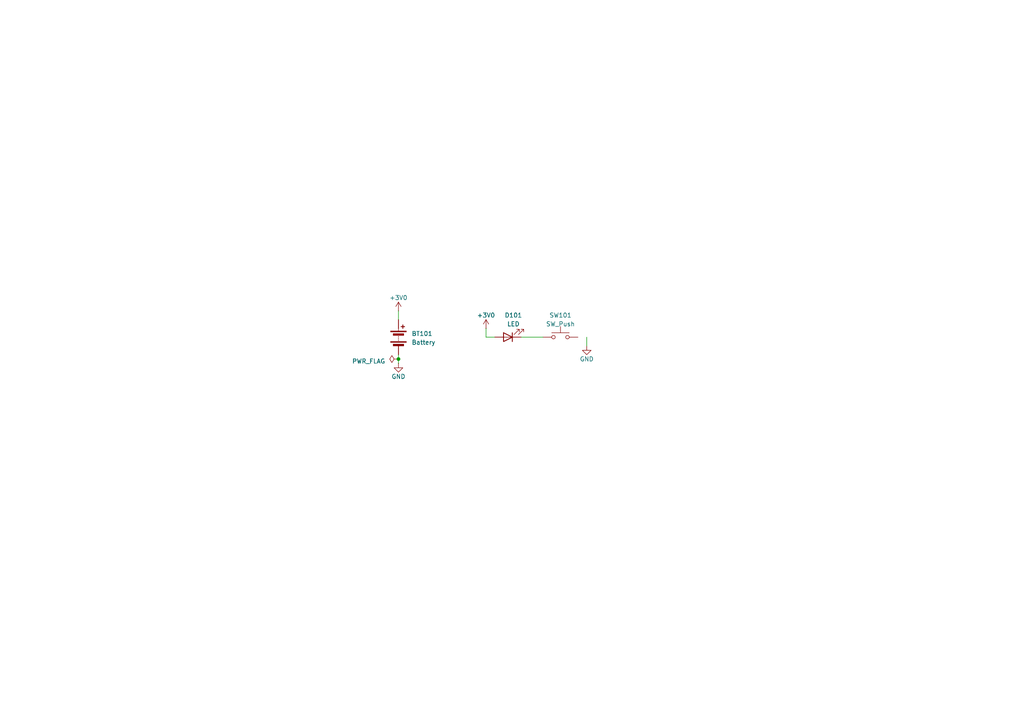
<source format=kicad_sch>
(kicad_sch (version 20231120) (generator "eeschema") (generator_version "8.0")
  (paper "A4")
  (title_block (title "Example KiCad project") (date "2023-03-15") (rev "v1.0") (company "actions-for-kicad") (comment 1 "The example project for the generate KiCad files action."))
  (lib_symbols
    (symbol "Device:Battery" (pin_numbers hide) (pin_names (offset 0) hide)
      (property "Reference" "BT" (at 2.54 2.54 0))
      (property "Value" "Battery" (at 2.54 0 0))
      (symbol "Battery_0_1"
        (rectangle (start -2.286 -1.27) (end 2.286 -1.524) (fill (type outline)))
        (rectangle (start -2.286 1.778) (end 2.286 1.524) (fill (type outline)))
        (rectangle (start -1.524 -2.032) (end 1.524 -2.54) (fill (type outline)))
        (rectangle (start -1.524 1.016) (end 1.524 0.508) (fill (type outline)))
        (polyline (pts (xy 0 -1.016) (xy 0 -0.762)))
        (polyline (pts (xy 0 -0.508) (xy 0 -0.254)))
        (polyline (pts (xy 0 0) (xy 0 0.254)))
        (polyline (pts (xy 0 1.778) (xy 0 2.54)))
        (polyline (pts (xy 0.762 3.048) (xy 1.778 3.048)) (stroke (width 0.254)))
        (polyline (pts (xy 1.27 3.556) (xy 1.27 2.54)) (stroke (width 0.254)))
      )
      (symbol "Battery_1_1"
        (pin passive line (at 0 5.08 270) (length 2.54) (name "+") (number "1"))
        (pin passive line (at 0 -5.08 90) (length 2.54) (name "-") (number "2"))
      )
    )
    (symbol "Device:LED" (pin_numbers hide) (pin_names (offset 1.016) hide)
      (property "Reference" "D" (at 0 2.54 0))
      (property "Value" "LED" (at 0 -2.54 0))
      (symbol "LED_0_1"
        (polyline (pts (xy -1.27 -1.27) (xy -1.27 1.27)) (stroke (width 0.254)))
        (polyline (pts (xy -1.27 0) (xy 1.27 0)))
        (polyline (pts (xy 1.27 -1.27) (xy 1.27 1.27) (xy -1.27 0) (xy 1.27 -1.27)) (stroke (width 0.254)))
        (polyline (pts (xy -3.048 -0.762) (xy -4.572 -2.286) (xy -3.81 -2.286) (xy -4.572 -2.286) (xy -4.572 -1.524)))
        (polyline (pts (xy -1.778 -0.762) (xy -3.302 -2.286) (xy -2.54 -2.286) (xy -3.302 -2.286) (xy -3.302 -1.524)))
      )
      (symbol "LED_1_1"
        (pin passive line (at -3.81 0 0) (length 2.54) (name "K") (number "1"))
        (pin passive line (at 3.81 0 180) (length 2.54) (name "A") (number "2"))
      )
    )
    (symbol "Switch:SW_Push" (pin_numbers hide) (pin_names (offset 1.016) hide)
      (property "Reference" "SW" (at 1.27 2.54 0))
      (property "Value" "SW_Push" (at 0 -1.524 0))
      (symbol "SW_Push_0_1"
        (circle (center -2.032 0) (radius 0.508))
        (polyline (pts (xy 0 1.27) (xy 0 3.048)))
        (polyline (pts (xy 2.54 1.27) (xy -2.54 1.27)))
        (circle (center 2.032 0) (radius 0.508))
        (pin passive line (at -5.08 0 0) (length 2.54) (name "1") (number "1"))
        (pin passive line (at 5.08 0 180) (length 2.54) (name "2") (number "2"))
      )
    )
    (symbol "power:+3V0" (power) (pin_numbers hide) (pin_names (offset 0) hide)
      (property "Value" "+3V0" (at 0 3.556 0))
      (symbol "+3V0_0_1"
        (polyline (pts (xy -0.762 1.27) (xy 0 2.54)))
        (polyline (pts (xy 0 0) (xy 0 2.54)))
        (polyline (pts (xy 0 2.54) (xy 0.762 1.27)))
      )
      (symbol "+3V0_1_1"
        (pin power_in line (at 0 0 90) (length 0) (name "~") (number "1"))
      )
    )
    (symbol "power:GND" (power) (pin_numbers hide) (pin_names (offset 0) hide)
      (property "Value" "GND" (at 0 -3.81 0))
      (symbol "GND_0_1"
        (polyline (pts (xy 0 0) (xy 0 -1.27) (xy 1.27 -1.27) (xy 0 -2.54) (xy -1.27 -1.27) (xy 0 -1.27)))
      )
      (symbol "GND_1_1"
        (pin power_in line (at 0 0 270) (length 0) (name "~") (number "1"))
      )
    )
    (symbol "power:PWR_FLAG" (power) (pin_numbers hide) (pin_names (offset 0) hide)
      (property "Value" "PWR_FLAG" (at 0 3.81 0))
      (symbol "PWR_FLAG_0_0"
        (pin power_out line (at 0 0 90) (length 0) (name "~") (number "1"))
      )
      (symbol "PWR_FLAG_0_1"
        (polyline (pts (xy 0 0) (xy 0 1.27) (xy -1.016 1.905) (xy 0 2.54) (xy 1.016 1.905) (xy 0 1.27)))
      )
    )
  )
  (junction (at 115.57 104.14))
  (wire (pts (xy 115.57 90.17) (xy 115.57 92.71)))
  (wire (pts (xy 115.57 104.14) (xy 115.57 102.87)))
  (wire (pts (xy 140.97 97.79) (xy 143.51 97.79)))
  (wire (pts (xy 151.13 97.79) (xy 157.48 97.79)))
  (wire (pts (xy 170.18 97.79) (xy 170.18 100.33)))
  (wire (pts (xy 140.97 95.25) (xy 140.97 97.79)))
  (wire (pts (xy 115.57 105.41) (xy 115.57 104.14)))
  (symbol (lib_id "power:+3V0") (at 115.57 90.17 0) (unit 1)
    (property "Reference" "#PWR0104" (effects (hide yes)))
    (property "Value" "+3V0" (at 115.57 86.36 0))
    (property "Description" "Power symbol creates a global label with name \"+3V0\"" (effects (hide yes)))
  )
  (symbol (lib_id "power:GND") (at 115.57 105.41 0) (unit 1)
    (property "Reference" "#PWR0103" (effects (hide yes)))
    (property "Value" "GND" (at 115.57 109.22 0))
    (property "Description" "Power symbol creates a global label with name \"GND\" , ground" (effects (hide yes)))
  )
  (symbol (lib_id "power:+3V0") (at 140.97 95.25 0) (unit 1)
    (property "Reference" "#PWR0102" (effects (hide yes)))
    (property "Value" "+3V0" (at 140.97 91.44 0))
    (property "Description" "Power symbol creates a global label with name \"+3V0\"" (effects (hide yes)))
  )
  (symbol (lib_id "Switch:SW_Push") (at 162.56 97.79 0) (unit 1)
    (property "Reference" "SW101" (at 162.56 91.44 0))
    (property "Value" "SW_Push" (at 162.56 93.98 0))
    (property "Footprint" "Button_Switch_THT:SW_PUSH_6mm" (effects (hide yes)))
    (property "Description" "Push button switch, generic, two pins" (effects (hide yes)))
  )
  (symbol (lib_id "Device:Battery") (at 115.57 97.79 0) (unit 1)
    (property "Reference" "BT101" (at 119.38 96.774 0) (effects (justify left)))
    (property "Value" "Battery" (at 119.38 99.314 0) (effects (justify left)))
    (property "Footprint" "Battery:BatteryHolder_Bulgin_BX0036_1xC" (effects (hide yes)))
    (property "Description" "Multiple-cell battery" (effects (hide yes)))
  )
  (symbol (lib_id "Device:LED") (at 147.32 97.79 180) (unit 1)
    (property "Reference" "D101" (at 148.9075 91.44 0))
    (property "Value" "LED" (at 148.9075 93.98 0))
    (property "Footprint" "LED_THT:LED_D3.0mm_Horizontal_O1.27mm_Z2.0mm" (effects (hide yes)))
    (property "Description" "Light emitting diode" (effects (hide yes)))
  )
  (symbol (lib_id "power:PWR_FLAG") (at 115.57 104.14 90) (unit 1)
    (property "Reference" "#FLG0102" (effects (hide yes)))
    (property "Value" "PWR_FLAG" (at 111.76 104.775 90) (effects (justify left)))
    (property "Description" "Special symbol for telling ERC where power comes from" (effects (hide yes)))
  )
  (symbol (lib_id "power:GND") (at 170.18 100.33 0) (unit 1)
    (property "Reference" "#PWR0101" (effects (hide yes)))
    (property "Value" "GND" (at 170.18 104.14 0))
    (property "Description" "Power symbol creates a global label with name \"GND\" , ground" (effects (hide yes)))
  )
)
</source>
